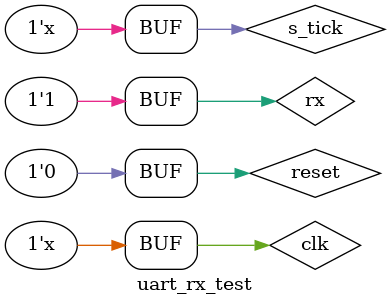
<source format=v>
`timescale 1ns / 1ps


module uart_rx_test;

	// Inputs
	reg clk;
	reg reset;
	reg rx;
	reg s_tick;

	// Outputs
	wire rx_done_tick;
	wire [7:0] dout;

	// Instantiate the Unit Under Test (UUT)
	uart_rx uut (
		.clk(clk), 
		.reset(reset), 
		.rx(rx), 
		.s_tick(s_tick), 
		.rx_done_tick(rx_done_tick), 
		.dout(dout)
	);

	initial begin
		// Initialize Inputs
		clk = 0;
		reset = 0;
		rx = 1;
		s_tick = 0;

		// Wait 100 ns for global reset to finish
		#100;
		
		reset = 1;
		#1;
		reset = 0;
        
		// Add stimulus here
		
		#0.85
		rx = 0;
		#4;
		
		rx = 1;
		#4;
		rx = 0;
		#4;
		rx = 1;
		#4;
		rx = 0;
		#4;
		rx = 1;
		#4;
		rx = 1;
		#4;
		rx = 0;
		#4;
		rx = 1;
		#4;
		
		rx = 1;
		#4;
	end

	always #2 clk = ~clk;
	always #0.125 s_tick = ~s_tick;
      
endmodule


</source>
